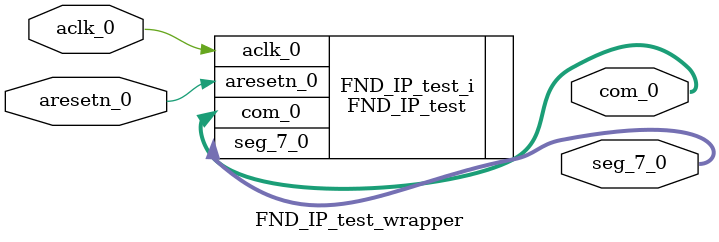
<source format=v>
`timescale 1 ps / 1 ps

module FND_IP_test_wrapper
   (aclk_0,
    aresetn_0,
    com_0,
    seg_7_0);
  input aclk_0;
  input aresetn_0;
  output [3:0]com_0;
  output [7:0]seg_7_0;

  wire aclk_0;
  wire aresetn_0;
  wire [3:0]com_0;
  wire [7:0]seg_7_0;

  FND_IP_test FND_IP_test_i
       (.aclk_0(aclk_0),
        .aresetn_0(aresetn_0),
        .com_0(com_0),
        .seg_7_0(seg_7_0));
endmodule

</source>
